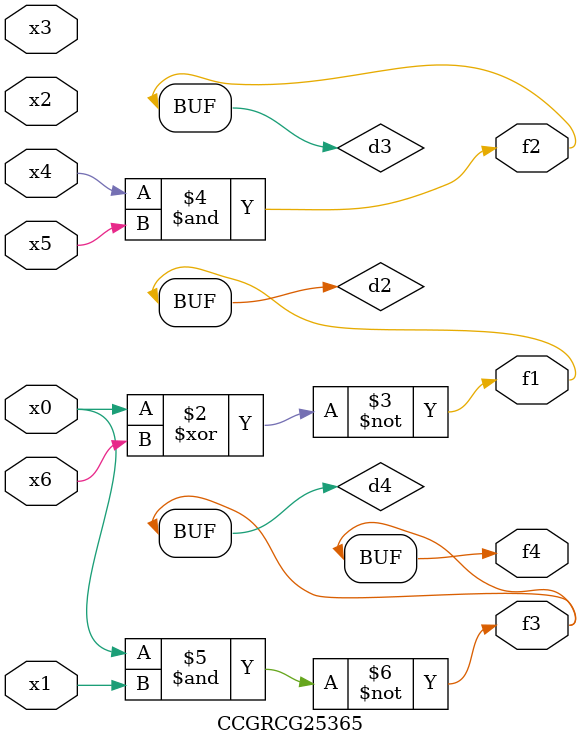
<source format=v>
module CCGRCG25365(
	input x0, x1, x2, x3, x4, x5, x6,
	output f1, f2, f3, f4
);

	wire d1, d2, d3, d4;

	nor (d1, x0);
	xnor (d2, x0, x6);
	and (d3, x4, x5);
	nand (d4, x0, x1);
	assign f1 = d2;
	assign f2 = d3;
	assign f3 = d4;
	assign f4 = d4;
endmodule

</source>
